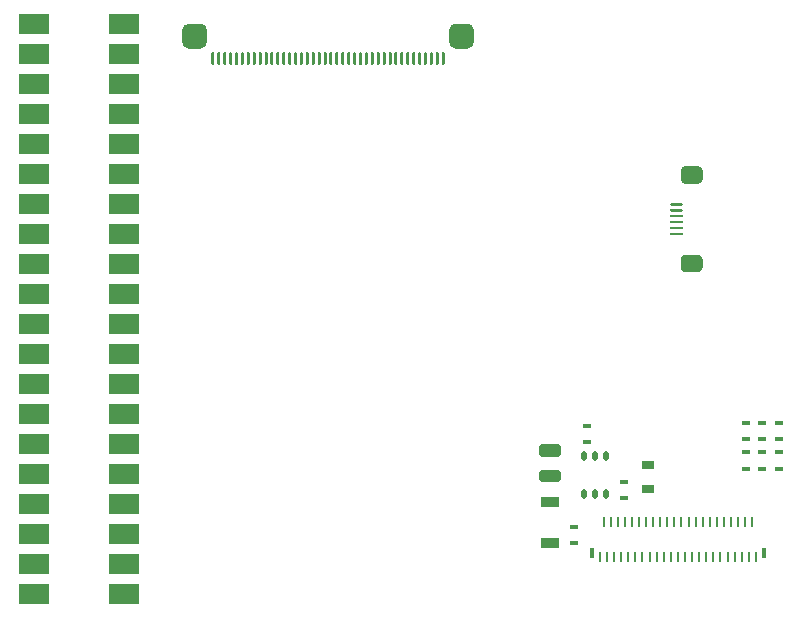
<source format=gbr>
%TF.GenerationSoftware,KiCad,Pcbnew,5.1.6-c6e7f7d~87~ubuntu20.04.1*%
%TF.CreationDate,2020-08-13T14:06:16+02:00*%
%TF.ProjectId,maithoga_lcd_board_480x320_R61529,6d616974-686f-4676-915f-6c63645f626f,V1.0*%
%TF.SameCoordinates,Original*%
%TF.FileFunction,Paste,Top*%
%TF.FilePolarity,Positive*%
%FSLAX46Y46*%
G04 Gerber Fmt 4.6, Leading zero omitted, Abs format (unit mm)*
G04 Created by KiCad (PCBNEW 5.1.6-c6e7f7d~87~ubuntu20.04.1) date 2020-08-13 14:06:16*
%MOMM*%
%LPD*%
G01*
G04 APERTURE LIST*
%ADD10R,0.294000X0.840000*%
%ADD11R,0.294000X0.853440*%
%ADD12R,0.336000X0.853440*%
%ADD13R,1.092404X0.672084*%
%ADD14R,0.720000X0.384000*%
%ADD15R,1.512000X0.840000*%
%ADD16O,0.462000X0.840638*%
%ADD17R,2.520000X1.680000*%
G04 APERTURE END LIST*
%TO.C,DIS1*%
G36*
G01*
X165219001Y-86654001D02*
X166311001Y-86654001D01*
G75*
G02*
X166689001Y-87032001I0J-378000D01*
G01*
X166689001Y-87788001D01*
G75*
G02*
X166311001Y-88166001I-378000J0D01*
G01*
X165219001Y-88166001D01*
G75*
G02*
X164841001Y-87788001I0J378000D01*
G01*
X164841001Y-87032001D01*
G75*
G02*
X165219001Y-86654001I378000J0D01*
G01*
G37*
G36*
G01*
X163991501Y-84320001D02*
X164968501Y-84320001D01*
G75*
G02*
X165016001Y-84367501I0J-47500D01*
G01*
X165016001Y-84462501D01*
G75*
G02*
X164968501Y-84510001I-47500J0D01*
G01*
X163991501Y-84510001D01*
G75*
G02*
X163944001Y-84462501I0J47500D01*
G01*
X163944001Y-84367501D01*
G75*
G02*
X163991501Y-84320001I47500J0D01*
G01*
G37*
G36*
G01*
X163991501Y-83320001D02*
X164968501Y-83320001D01*
G75*
G02*
X165016001Y-83367501I0J-47500D01*
G01*
X165016001Y-83462501D01*
G75*
G02*
X164968501Y-83510001I-47500J0D01*
G01*
X163991501Y-83510001D01*
G75*
G02*
X163944001Y-83462501I0J47500D01*
G01*
X163944001Y-83367501D01*
G75*
G02*
X163991501Y-83320001I47500J0D01*
G01*
G37*
G36*
G01*
X163991501Y-84820001D02*
X164968501Y-84820001D01*
G75*
G02*
X165016001Y-84867501I0J-47500D01*
G01*
X165016001Y-84962501D01*
G75*
G02*
X164968501Y-85010001I-47500J0D01*
G01*
X163991501Y-85010001D01*
G75*
G02*
X163944001Y-84962501I0J47500D01*
G01*
X163944001Y-84867501D01*
G75*
G02*
X163991501Y-84820001I47500J0D01*
G01*
G37*
G36*
G01*
X163991501Y-83820001D02*
X164968501Y-83820001D01*
G75*
G02*
X165016001Y-83867501I0J-47500D01*
G01*
X165016001Y-83962501D01*
G75*
G02*
X164968501Y-84010001I-47500J0D01*
G01*
X163991501Y-84010001D01*
G75*
G02*
X163944001Y-83962501I0J47500D01*
G01*
X163944001Y-83867501D01*
G75*
G02*
X163991501Y-83820001I47500J0D01*
G01*
G37*
G36*
G01*
X163991501Y-82820001D02*
X164968501Y-82820001D01*
G75*
G02*
X165016001Y-82867501I0J-47500D01*
G01*
X165016001Y-82962501D01*
G75*
G02*
X164968501Y-83010001I-47500J0D01*
G01*
X163991501Y-83010001D01*
G75*
G02*
X163944001Y-82962501I0J47500D01*
G01*
X163944001Y-82867501D01*
G75*
G02*
X163991501Y-82820001I47500J0D01*
G01*
G37*
G36*
G01*
X163991501Y-82320001D02*
X164968501Y-82320001D01*
G75*
G02*
X165016001Y-82367501I0J-47500D01*
G01*
X165016001Y-82462501D01*
G75*
G02*
X164968501Y-82510001I-47500J0D01*
G01*
X163991501Y-82510001D01*
G75*
G02*
X163944001Y-82462501I0J47500D01*
G01*
X163944001Y-82367501D01*
G75*
G02*
X163991501Y-82320001I47500J0D01*
G01*
G37*
G36*
G01*
X165219001Y-79164001D02*
X166311001Y-79164001D01*
G75*
G02*
X166689001Y-79542001I0J-378000D01*
G01*
X166689001Y-80298001D01*
G75*
G02*
X166311001Y-80676001I-378000J0D01*
G01*
X165219001Y-80676001D01*
G75*
G02*
X164841001Y-80298001I0J378000D01*
G01*
X164841001Y-79542001D01*
G75*
G02*
X165219001Y-79164001I378000J0D01*
G01*
G37*
D10*
X162805001Y-112260001D03*
X162205001Y-112260001D03*
X164005001Y-112260001D03*
X163405001Y-112260001D03*
D11*
X161305001Y-109260001D03*
X161905001Y-109260001D03*
X162505001Y-109260001D03*
X163105001Y-109260001D03*
X163705001Y-109260001D03*
X164305001Y-109260001D03*
X164905001Y-109260001D03*
D12*
X157305001Y-111960001D03*
X171905001Y-111960001D03*
D11*
X170905001Y-109260001D03*
X166705001Y-109260001D03*
X169705001Y-109260001D03*
X170305001Y-109260001D03*
X167305001Y-109260001D03*
X168505001Y-109260001D03*
X165505001Y-109260001D03*
X169105001Y-109260001D03*
X167905001Y-109260001D03*
X166105001Y-109260001D03*
D10*
X168805001Y-112260001D03*
X169405001Y-112260001D03*
X170005001Y-112260001D03*
X170605001Y-112260001D03*
X171205001Y-112260001D03*
X167605001Y-112260001D03*
X166405001Y-112260001D03*
X165805001Y-112260001D03*
X167005001Y-112260001D03*
X168205001Y-112260001D03*
X161605001Y-112260001D03*
X161005001Y-112260001D03*
X160405001Y-112260001D03*
X159805001Y-112260001D03*
X159205001Y-112260001D03*
D11*
X158905001Y-109260001D03*
X158305001Y-109260001D03*
D10*
X158005001Y-112260001D03*
X158605001Y-112260001D03*
D11*
X159505001Y-109260001D03*
X160105001Y-109260001D03*
X160705001Y-109260001D03*
D10*
X165205001Y-112260001D03*
X164605001Y-112260001D03*
%TD*%
D13*
%TO.C,D1*%
X162050000Y-104459240D03*
X162050000Y-106460760D03*
%TD*%
D14*
%TO.C,C2*%
X156905000Y-101165000D03*
X156905000Y-102565000D03*
%TD*%
%TO.C,C3*%
X155835000Y-111090000D03*
X155835000Y-109690000D03*
%TD*%
D15*
%TO.C,D2*%
X153755000Y-107605000D03*
X153755000Y-111105000D03*
%TD*%
%TO.C,L1*%
G36*
G01*
X153061000Y-102725000D02*
X154489000Y-102725000D01*
G75*
G02*
X154699000Y-102935000I0J-210000D01*
G01*
X154699000Y-103565000D01*
G75*
G02*
X154489000Y-103775000I-210000J0D01*
G01*
X153061000Y-103775000D01*
G75*
G02*
X152851000Y-103565000I0J210000D01*
G01*
X152851000Y-102935000D01*
G75*
G02*
X153061000Y-102725000I210000J0D01*
G01*
G37*
G36*
G01*
X153061000Y-104875000D02*
X154489000Y-104875000D01*
G75*
G02*
X154699000Y-105085000I0J-210000D01*
G01*
X154699000Y-105715000D01*
G75*
G02*
X154489000Y-105925000I-210000J0D01*
G01*
X153061000Y-105925000D01*
G75*
G02*
X152851000Y-105715000I0J210000D01*
G01*
X152851000Y-105085000D01*
G75*
G02*
X153061000Y-104875000I210000J0D01*
G01*
G37*
%TD*%
D14*
%TO.C,R4*%
X160020000Y-105880000D03*
X160020000Y-107280000D03*
%TD*%
D16*
%TO.C,U2*%
X156625000Y-103715000D03*
X157575000Y-103715000D03*
X158525000Y-103715000D03*
X158525000Y-106915000D03*
X157575000Y-106915000D03*
X156625000Y-106915000D03*
%TD*%
%TO.C,P2*%
G36*
G01*
X125104000Y-70522000D02*
X125104000Y-69598000D01*
G75*
G02*
X125167000Y-69535000I63000J0D01*
G01*
X125293000Y-69535000D01*
G75*
G02*
X125356000Y-69598000I0J-63000D01*
G01*
X125356000Y-70522000D01*
G75*
G02*
X125293000Y-70585000I-63000J0D01*
G01*
X125167000Y-70585000D01*
G75*
G02*
X125104000Y-70522000I0J63000D01*
G01*
G37*
G36*
G01*
X125604000Y-70522000D02*
X125604000Y-69598000D01*
G75*
G02*
X125667000Y-69535000I63000J0D01*
G01*
X125793000Y-69535000D01*
G75*
G02*
X125856000Y-69598000I0J-63000D01*
G01*
X125856000Y-70522000D01*
G75*
G02*
X125793000Y-70585000I-63000J0D01*
G01*
X125667000Y-70585000D01*
G75*
G02*
X125604000Y-70522000I0J63000D01*
G01*
G37*
G36*
G01*
X126604000Y-70522000D02*
X126604000Y-69598000D01*
G75*
G02*
X126667000Y-69535000I63000J0D01*
G01*
X126793000Y-69535000D01*
G75*
G02*
X126856000Y-69598000I0J-63000D01*
G01*
X126856000Y-70522000D01*
G75*
G02*
X126793000Y-70585000I-63000J0D01*
G01*
X126667000Y-70585000D01*
G75*
G02*
X126604000Y-70522000I0J63000D01*
G01*
G37*
G36*
G01*
X126104000Y-70522000D02*
X126104000Y-69598000D01*
G75*
G02*
X126167000Y-69535000I63000J0D01*
G01*
X126293000Y-69535000D01*
G75*
G02*
X126356000Y-69598000I0J-63000D01*
G01*
X126356000Y-70522000D01*
G75*
G02*
X126293000Y-70585000I-63000J0D01*
G01*
X126167000Y-70585000D01*
G75*
G02*
X126104000Y-70522000I0J63000D01*
G01*
G37*
G36*
G01*
X128604000Y-70522000D02*
X128604000Y-69598000D01*
G75*
G02*
X128667000Y-69535000I63000J0D01*
G01*
X128793000Y-69535000D01*
G75*
G02*
X128856000Y-69598000I0J-63000D01*
G01*
X128856000Y-70522000D01*
G75*
G02*
X128793000Y-70585000I-63000J0D01*
G01*
X128667000Y-70585000D01*
G75*
G02*
X128604000Y-70522000I0J63000D01*
G01*
G37*
G36*
G01*
X128104000Y-70522000D02*
X128104000Y-69598000D01*
G75*
G02*
X128167000Y-69535000I63000J0D01*
G01*
X128293000Y-69535000D01*
G75*
G02*
X128356000Y-69598000I0J-63000D01*
G01*
X128356000Y-70522000D01*
G75*
G02*
X128293000Y-70585000I-63000J0D01*
G01*
X128167000Y-70585000D01*
G75*
G02*
X128104000Y-70522000I0J63000D01*
G01*
G37*
G36*
G01*
X127604000Y-70522000D02*
X127604000Y-69598000D01*
G75*
G02*
X127667000Y-69535000I63000J0D01*
G01*
X127793000Y-69535000D01*
G75*
G02*
X127856000Y-69598000I0J-63000D01*
G01*
X127856000Y-70522000D01*
G75*
G02*
X127793000Y-70585000I-63000J0D01*
G01*
X127667000Y-70585000D01*
G75*
G02*
X127604000Y-70522000I0J63000D01*
G01*
G37*
G36*
G01*
X127104000Y-70522000D02*
X127104000Y-69598000D01*
G75*
G02*
X127167000Y-69535000I63000J0D01*
G01*
X127293000Y-69535000D01*
G75*
G02*
X127356000Y-69598000I0J-63000D01*
G01*
X127356000Y-70522000D01*
G75*
G02*
X127293000Y-70585000I-63000J0D01*
G01*
X127167000Y-70585000D01*
G75*
G02*
X127104000Y-70522000I0J63000D01*
G01*
G37*
G36*
G01*
X130604000Y-70522000D02*
X130604000Y-69598000D01*
G75*
G02*
X130667000Y-69535000I63000J0D01*
G01*
X130793000Y-69535000D01*
G75*
G02*
X130856000Y-69598000I0J-63000D01*
G01*
X130856000Y-70522000D01*
G75*
G02*
X130793000Y-70585000I-63000J0D01*
G01*
X130667000Y-70585000D01*
G75*
G02*
X130604000Y-70522000I0J63000D01*
G01*
G37*
G36*
G01*
X130104000Y-70522000D02*
X130104000Y-69598000D01*
G75*
G02*
X130167000Y-69535000I63000J0D01*
G01*
X130293000Y-69535000D01*
G75*
G02*
X130356000Y-69598000I0J-63000D01*
G01*
X130356000Y-70522000D01*
G75*
G02*
X130293000Y-70585000I-63000J0D01*
G01*
X130167000Y-70585000D01*
G75*
G02*
X130104000Y-70522000I0J63000D01*
G01*
G37*
G36*
G01*
X131604000Y-70522000D02*
X131604000Y-69598000D01*
G75*
G02*
X131667000Y-69535000I63000J0D01*
G01*
X131793000Y-69535000D01*
G75*
G02*
X131856000Y-69598000I0J-63000D01*
G01*
X131856000Y-70522000D01*
G75*
G02*
X131793000Y-70585000I-63000J0D01*
G01*
X131667000Y-70585000D01*
G75*
G02*
X131604000Y-70522000I0J63000D01*
G01*
G37*
G36*
G01*
X131104000Y-70522000D02*
X131104000Y-69598000D01*
G75*
G02*
X131167000Y-69535000I63000J0D01*
G01*
X131293000Y-69535000D01*
G75*
G02*
X131356000Y-69598000I0J-63000D01*
G01*
X131356000Y-70522000D01*
G75*
G02*
X131293000Y-70585000I-63000J0D01*
G01*
X131167000Y-70585000D01*
G75*
G02*
X131104000Y-70522000I0J63000D01*
G01*
G37*
G36*
G01*
X129604000Y-70522000D02*
X129604000Y-69598000D01*
G75*
G02*
X129667000Y-69535000I63000J0D01*
G01*
X129793000Y-69535000D01*
G75*
G02*
X129856000Y-69598000I0J-63000D01*
G01*
X129856000Y-70522000D01*
G75*
G02*
X129793000Y-70585000I-63000J0D01*
G01*
X129667000Y-70585000D01*
G75*
G02*
X129604000Y-70522000I0J63000D01*
G01*
G37*
G36*
G01*
X129104000Y-70522000D02*
X129104000Y-69598000D01*
G75*
G02*
X129167000Y-69535000I63000J0D01*
G01*
X129293000Y-69535000D01*
G75*
G02*
X129356000Y-69598000I0J-63000D01*
G01*
X129356000Y-70522000D01*
G75*
G02*
X129293000Y-70585000I-63000J0D01*
G01*
X129167000Y-70585000D01*
G75*
G02*
X129104000Y-70522000I0J63000D01*
G01*
G37*
G36*
G01*
X132104000Y-70522000D02*
X132104000Y-69598000D01*
G75*
G02*
X132167000Y-69535000I63000J0D01*
G01*
X132293000Y-69535000D01*
G75*
G02*
X132356000Y-69598000I0J-63000D01*
G01*
X132356000Y-70522000D01*
G75*
G02*
X132293000Y-70585000I-63000J0D01*
G01*
X132167000Y-70585000D01*
G75*
G02*
X132104000Y-70522000I0J63000D01*
G01*
G37*
G36*
G01*
X132604000Y-70522000D02*
X132604000Y-69598000D01*
G75*
G02*
X132667000Y-69535000I63000J0D01*
G01*
X132793000Y-69535000D01*
G75*
G02*
X132856000Y-69598000I0J-63000D01*
G01*
X132856000Y-70522000D01*
G75*
G02*
X132793000Y-70585000I-63000J0D01*
G01*
X132667000Y-70585000D01*
G75*
G02*
X132604000Y-70522000I0J63000D01*
G01*
G37*
G36*
G01*
X139104000Y-70522000D02*
X139104000Y-69598000D01*
G75*
G02*
X139167000Y-69535000I63000J0D01*
G01*
X139293000Y-69535000D01*
G75*
G02*
X139356000Y-69598000I0J-63000D01*
G01*
X139356000Y-70522000D01*
G75*
G02*
X139293000Y-70585000I-63000J0D01*
G01*
X139167000Y-70585000D01*
G75*
G02*
X139104000Y-70522000I0J63000D01*
G01*
G37*
G36*
G01*
X134604000Y-70522000D02*
X134604000Y-69598000D01*
G75*
G02*
X134667000Y-69535000I63000J0D01*
G01*
X134793000Y-69535000D01*
G75*
G02*
X134856000Y-69598000I0J-63000D01*
G01*
X134856000Y-70522000D01*
G75*
G02*
X134793000Y-70585000I-63000J0D01*
G01*
X134667000Y-70585000D01*
G75*
G02*
X134604000Y-70522000I0J63000D01*
G01*
G37*
G36*
G01*
X134104000Y-70522000D02*
X134104000Y-69598000D01*
G75*
G02*
X134167000Y-69535000I63000J0D01*
G01*
X134293000Y-69535000D01*
G75*
G02*
X134356000Y-69598000I0J-63000D01*
G01*
X134356000Y-70522000D01*
G75*
G02*
X134293000Y-70585000I-63000J0D01*
G01*
X134167000Y-70585000D01*
G75*
G02*
X134104000Y-70522000I0J63000D01*
G01*
G37*
G36*
G01*
X135604000Y-70522000D02*
X135604000Y-69598000D01*
G75*
G02*
X135667000Y-69535000I63000J0D01*
G01*
X135793000Y-69535000D01*
G75*
G02*
X135856000Y-69598000I0J-63000D01*
G01*
X135856000Y-70522000D01*
G75*
G02*
X135793000Y-70585000I-63000J0D01*
G01*
X135667000Y-70585000D01*
G75*
G02*
X135604000Y-70522000I0J63000D01*
G01*
G37*
G36*
G01*
X135104000Y-70522000D02*
X135104000Y-69598000D01*
G75*
G02*
X135167000Y-69535000I63000J0D01*
G01*
X135293000Y-69535000D01*
G75*
G02*
X135356000Y-69598000I0J-63000D01*
G01*
X135356000Y-70522000D01*
G75*
G02*
X135293000Y-70585000I-63000J0D01*
G01*
X135167000Y-70585000D01*
G75*
G02*
X135104000Y-70522000I0J63000D01*
G01*
G37*
G36*
G01*
X138104000Y-70522000D02*
X138104000Y-69598000D01*
G75*
G02*
X138167000Y-69535000I63000J0D01*
G01*
X138293000Y-69535000D01*
G75*
G02*
X138356000Y-69598000I0J-63000D01*
G01*
X138356000Y-70522000D01*
G75*
G02*
X138293000Y-70585000I-63000J0D01*
G01*
X138167000Y-70585000D01*
G75*
G02*
X138104000Y-70522000I0J63000D01*
G01*
G37*
G36*
G01*
X133604000Y-70522000D02*
X133604000Y-69598000D01*
G75*
G02*
X133667000Y-69535000I63000J0D01*
G01*
X133793000Y-69535000D01*
G75*
G02*
X133856000Y-69598000I0J-63000D01*
G01*
X133856000Y-70522000D01*
G75*
G02*
X133793000Y-70585000I-63000J0D01*
G01*
X133667000Y-70585000D01*
G75*
G02*
X133604000Y-70522000I0J63000D01*
G01*
G37*
G36*
G01*
X133104000Y-70522000D02*
X133104000Y-69598000D01*
G75*
G02*
X133167000Y-69535000I63000J0D01*
G01*
X133293000Y-69535000D01*
G75*
G02*
X133356000Y-69598000I0J-63000D01*
G01*
X133356000Y-70522000D01*
G75*
G02*
X133293000Y-70585000I-63000J0D01*
G01*
X133167000Y-70585000D01*
G75*
G02*
X133104000Y-70522000I0J63000D01*
G01*
G37*
G36*
G01*
X140104000Y-70522000D02*
X140104000Y-69598000D01*
G75*
G02*
X140167000Y-69535000I63000J0D01*
G01*
X140293000Y-69535000D01*
G75*
G02*
X140356000Y-69598000I0J-63000D01*
G01*
X140356000Y-70522000D01*
G75*
G02*
X140293000Y-70585000I-63000J0D01*
G01*
X140167000Y-70585000D01*
G75*
G02*
X140104000Y-70522000I0J63000D01*
G01*
G37*
G36*
G01*
X137604000Y-70522000D02*
X137604000Y-69598000D01*
G75*
G02*
X137667000Y-69535000I63000J0D01*
G01*
X137793000Y-69535000D01*
G75*
G02*
X137856000Y-69598000I0J-63000D01*
G01*
X137856000Y-70522000D01*
G75*
G02*
X137793000Y-70585000I-63000J0D01*
G01*
X137667000Y-70585000D01*
G75*
G02*
X137604000Y-70522000I0J63000D01*
G01*
G37*
G36*
G01*
X136104000Y-70522000D02*
X136104000Y-69598000D01*
G75*
G02*
X136167000Y-69535000I63000J0D01*
G01*
X136293000Y-69535000D01*
G75*
G02*
X136356000Y-69598000I0J-63000D01*
G01*
X136356000Y-70522000D01*
G75*
G02*
X136293000Y-70585000I-63000J0D01*
G01*
X136167000Y-70585000D01*
G75*
G02*
X136104000Y-70522000I0J63000D01*
G01*
G37*
G36*
G01*
X139604000Y-70522000D02*
X139604000Y-69598000D01*
G75*
G02*
X139667000Y-69535000I63000J0D01*
G01*
X139793000Y-69535000D01*
G75*
G02*
X139856000Y-69598000I0J-63000D01*
G01*
X139856000Y-70522000D01*
G75*
G02*
X139793000Y-70585000I-63000J0D01*
G01*
X139667000Y-70585000D01*
G75*
G02*
X139604000Y-70522000I0J63000D01*
G01*
G37*
G36*
G01*
X138604000Y-70522000D02*
X138604000Y-69598000D01*
G75*
G02*
X138667000Y-69535000I63000J0D01*
G01*
X138793000Y-69535000D01*
G75*
G02*
X138856000Y-69598000I0J-63000D01*
G01*
X138856000Y-70522000D01*
G75*
G02*
X138793000Y-70585000I-63000J0D01*
G01*
X138667000Y-70585000D01*
G75*
G02*
X138604000Y-70522000I0J63000D01*
G01*
G37*
G36*
G01*
X140604000Y-70522000D02*
X140604000Y-69598000D01*
G75*
G02*
X140667000Y-69535000I63000J0D01*
G01*
X140793000Y-69535000D01*
G75*
G02*
X140856000Y-69598000I0J-63000D01*
G01*
X140856000Y-70522000D01*
G75*
G02*
X140793000Y-70585000I-63000J0D01*
G01*
X140667000Y-70585000D01*
G75*
G02*
X140604000Y-70522000I0J63000D01*
G01*
G37*
G36*
G01*
X137104000Y-70522000D02*
X137104000Y-69598000D01*
G75*
G02*
X137167000Y-69535000I63000J0D01*
G01*
X137293000Y-69535000D01*
G75*
G02*
X137356000Y-69598000I0J-63000D01*
G01*
X137356000Y-70522000D01*
G75*
G02*
X137293000Y-70585000I-63000J0D01*
G01*
X137167000Y-70585000D01*
G75*
G02*
X137104000Y-70522000I0J63000D01*
G01*
G37*
G36*
G01*
X136604000Y-70522000D02*
X136604000Y-69598000D01*
G75*
G02*
X136667000Y-69535000I63000J0D01*
G01*
X136793000Y-69535000D01*
G75*
G02*
X136856000Y-69598000I0J-63000D01*
G01*
X136856000Y-70522000D01*
G75*
G02*
X136793000Y-70585000I-63000J0D01*
G01*
X136667000Y-70585000D01*
G75*
G02*
X136604000Y-70522000I0J63000D01*
G01*
G37*
G36*
G01*
X142104000Y-70522000D02*
X142104000Y-69598000D01*
G75*
G02*
X142167000Y-69535000I63000J0D01*
G01*
X142293000Y-69535000D01*
G75*
G02*
X142356000Y-69598000I0J-63000D01*
G01*
X142356000Y-70522000D01*
G75*
G02*
X142293000Y-70585000I-63000J0D01*
G01*
X142167000Y-70585000D01*
G75*
G02*
X142104000Y-70522000I0J63000D01*
G01*
G37*
G36*
G01*
X142604000Y-70522000D02*
X142604000Y-69598000D01*
G75*
G02*
X142667000Y-69535000I63000J0D01*
G01*
X142793000Y-69535000D01*
G75*
G02*
X142856000Y-69598000I0J-63000D01*
G01*
X142856000Y-70522000D01*
G75*
G02*
X142793000Y-70585000I-63000J0D01*
G01*
X142667000Y-70585000D01*
G75*
G02*
X142604000Y-70522000I0J63000D01*
G01*
G37*
G36*
G01*
X144604000Y-70522000D02*
X144604000Y-69598000D01*
G75*
G02*
X144667000Y-69535000I63000J0D01*
G01*
X144793000Y-69535000D01*
G75*
G02*
X144856000Y-69598000I0J-63000D01*
G01*
X144856000Y-70522000D01*
G75*
G02*
X144793000Y-70585000I-63000J0D01*
G01*
X144667000Y-70585000D01*
G75*
G02*
X144604000Y-70522000I0J63000D01*
G01*
G37*
G36*
G01*
X143604000Y-70522000D02*
X143604000Y-69598000D01*
G75*
G02*
X143667000Y-69535000I63000J0D01*
G01*
X143793000Y-69535000D01*
G75*
G02*
X143856000Y-69598000I0J-63000D01*
G01*
X143856000Y-70522000D01*
G75*
G02*
X143793000Y-70585000I-63000J0D01*
G01*
X143667000Y-70585000D01*
G75*
G02*
X143604000Y-70522000I0J63000D01*
G01*
G37*
G36*
G01*
X141104000Y-70522000D02*
X141104000Y-69598000D01*
G75*
G02*
X141167000Y-69535000I63000J0D01*
G01*
X141293000Y-69535000D01*
G75*
G02*
X141356000Y-69598000I0J-63000D01*
G01*
X141356000Y-70522000D01*
G75*
G02*
X141293000Y-70585000I-63000J0D01*
G01*
X141167000Y-70585000D01*
G75*
G02*
X141104000Y-70522000I0J63000D01*
G01*
G37*
G36*
G01*
X144104000Y-70522000D02*
X144104000Y-69598000D01*
G75*
G02*
X144167000Y-69535000I63000J0D01*
G01*
X144293000Y-69535000D01*
G75*
G02*
X144356000Y-69598000I0J-63000D01*
G01*
X144356000Y-70522000D01*
G75*
G02*
X144293000Y-70585000I-63000J0D01*
G01*
X144167000Y-70585000D01*
G75*
G02*
X144104000Y-70522000I0J63000D01*
G01*
G37*
G36*
G01*
X141604000Y-70522000D02*
X141604000Y-69598000D01*
G75*
G02*
X141667000Y-69535000I63000J0D01*
G01*
X141793000Y-69535000D01*
G75*
G02*
X141856000Y-69598000I0J-63000D01*
G01*
X141856000Y-70522000D01*
G75*
G02*
X141793000Y-70585000I-63000J0D01*
G01*
X141667000Y-70585000D01*
G75*
G02*
X141604000Y-70522000I0J63000D01*
G01*
G37*
G36*
G01*
X145230000Y-68685000D02*
X145230000Y-67635000D01*
G75*
G02*
X145755000Y-67110000I525000J0D01*
G01*
X146805000Y-67110000D01*
G75*
G02*
X147330000Y-67635000I0J-525000D01*
G01*
X147330000Y-68685000D01*
G75*
G02*
X146805000Y-69210000I-525000J0D01*
G01*
X145755000Y-69210000D01*
G75*
G02*
X145230000Y-68685000I0J525000D01*
G01*
G37*
G36*
G01*
X143104000Y-70522000D02*
X143104000Y-69598000D01*
G75*
G02*
X143167000Y-69535000I63000J0D01*
G01*
X143293000Y-69535000D01*
G75*
G02*
X143356000Y-69598000I0J-63000D01*
G01*
X143356000Y-70522000D01*
G75*
G02*
X143293000Y-70585000I-63000J0D01*
G01*
X143167000Y-70585000D01*
G75*
G02*
X143104000Y-70522000I0J63000D01*
G01*
G37*
G36*
G01*
X122630000Y-68685000D02*
X122630000Y-67635000D01*
G75*
G02*
X123155000Y-67110000I525000J0D01*
G01*
X124205000Y-67110000D01*
G75*
G02*
X124730000Y-67635000I0J-525000D01*
G01*
X124730000Y-68685000D01*
G75*
G02*
X124205000Y-69210000I-525000J0D01*
G01*
X123155000Y-69210000D01*
G75*
G02*
X122630000Y-68685000I0J525000D01*
G01*
G37*
%TD*%
D17*
%TO.C,P1*%
X117705000Y-115420000D03*
X117705000Y-112880000D03*
X117705000Y-110340000D03*
X117705000Y-105260000D03*
X117705000Y-102720000D03*
X117705000Y-100180000D03*
X117705000Y-97640000D03*
X117705000Y-95100000D03*
X117705000Y-92560000D03*
X117705000Y-107800000D03*
X117705000Y-79860000D03*
X117705000Y-90020000D03*
X117705000Y-87480000D03*
X117705000Y-84940000D03*
X117705000Y-82400000D03*
X117705000Y-69700000D03*
X117705000Y-77320000D03*
X117705000Y-74780000D03*
X117705000Y-72240000D03*
X117705000Y-67160000D03*
X110085000Y-110340000D03*
X110085000Y-112880000D03*
X110085000Y-105260000D03*
X110085000Y-115420000D03*
X110085000Y-107800000D03*
X110085000Y-92560000D03*
X110085000Y-102720000D03*
X110085000Y-100180000D03*
X110085000Y-95100000D03*
X110085000Y-97640000D03*
X110085000Y-90020000D03*
X110085000Y-82400000D03*
X110085000Y-79860000D03*
X110085000Y-87480000D03*
X110085000Y-84940000D03*
X110085000Y-77320000D03*
X110085000Y-72240000D03*
X110085000Y-74780000D03*
X110085000Y-69700000D03*
X110085000Y-67160000D03*
%TD*%
D14*
%TO.C,R5*%
X170370000Y-100900000D03*
X170370000Y-102300000D03*
%TD*%
%TO.C,R6*%
X171755000Y-102300000D03*
X171755000Y-100900000D03*
%TD*%
%TO.C,R7*%
X173140000Y-102300000D03*
X173140000Y-100900000D03*
%TD*%
%TO.C,R8*%
X173140000Y-103380000D03*
X173140000Y-104780000D03*
%TD*%
%TO.C,R9*%
X171755000Y-104775000D03*
X171755000Y-103375000D03*
%TD*%
%TO.C,R10*%
X170375000Y-103380000D03*
X170375000Y-104780000D03*
%TD*%
M02*

</source>
